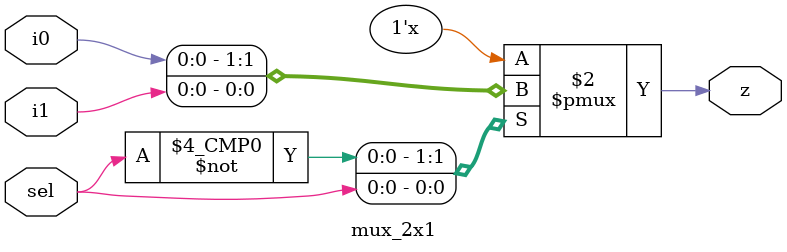
<source format=v>

module mux_2x1(i0,i1,sel,z);

input i0,i1,sel;
output z;

reg z;

always@(sel, i0, i1)
	case(sel)
	0: z=i0;
	1: z=i1;
	endcase
endmodule
</source>
